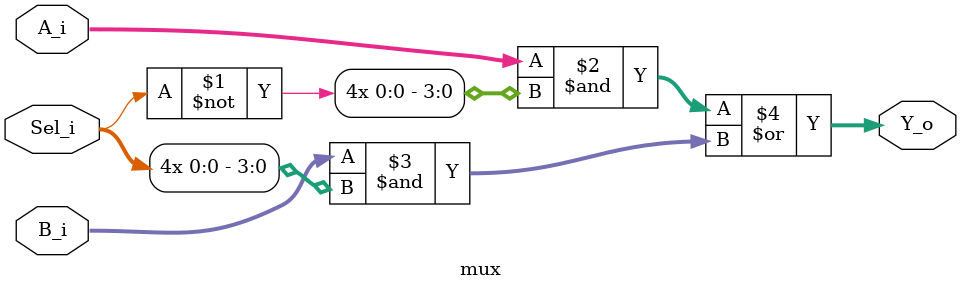
<source format=v>
`timescale 1ns / 1ps

module mux(

    input [3:0] A_i,
    input [3:0] B_i,
    input Sel_i,
    output [3:0] Y_o
    );
    
    // when Sel_i is HIGH, B is passed through
    assign Y_o = (A_i & {4{~Sel_i}}) | (B_i & {4{Sel_i}});
endmodule


</source>
